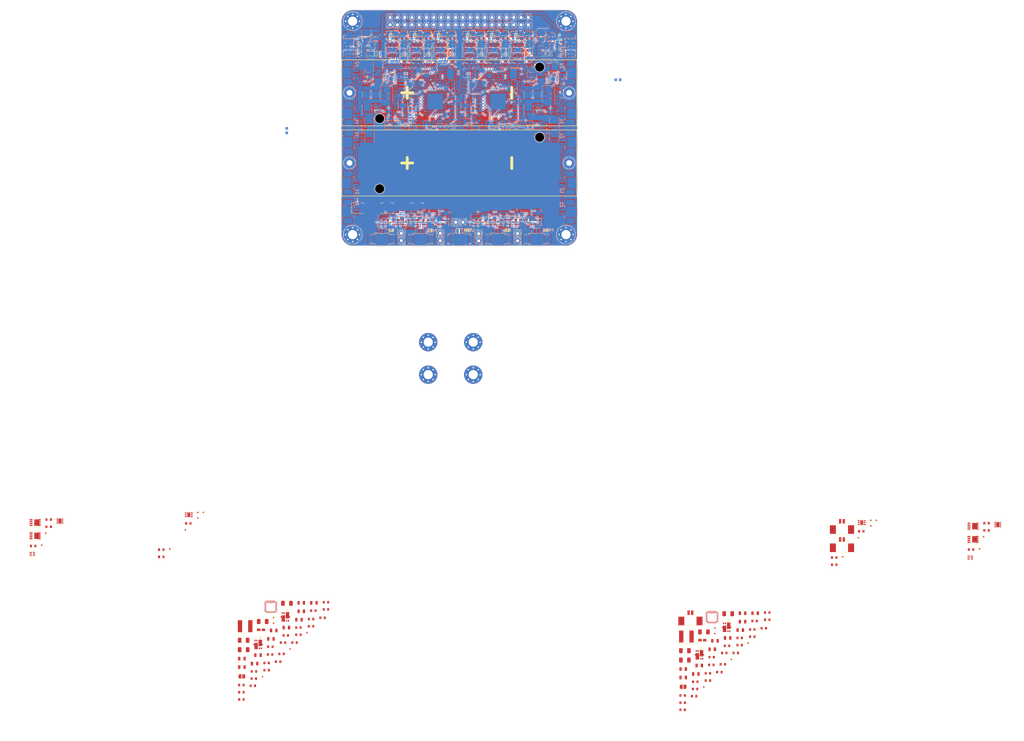
<source format=kicad_pcb>
(kicad_pcb (version 20210623) (generator pcbnew)

  (general
    (thickness 1)
  )

  (paper "A4")
  (title_block
    (title "BUTCube - EPS")
    (date "2021-08-20")
    (rev "v1.0")
    (company "VUT - FIT(STRaDe) & FME(IAE & IPE)")
    (comment 1 "Author: Petr Malaník")
  )

  (layers
    (0 "F.Cu" signal)
    (1 "In1.Cu" power)
    (2 "In2.Cu" mixed)
    (31 "B.Cu" signal)
    (32 "B.Adhes" user "B.Adhesive")
    (33 "F.Adhes" user "F.Adhesive")
    (34 "B.Paste" user)
    (35 "F.Paste" user)
    (36 "B.SilkS" user "B.Silkscreen")
    (37 "F.SilkS" user "F.Silkscreen")
    (38 "B.Mask" user)
    (39 "F.Mask" user)
    (40 "Dwgs.User" user "User.Drawings")
    (41 "Cmts.User" user "User.Comments")
    (42 "Eco1.User" user "User.Eco1")
    (43 "Eco2.User" user "User.Eco2")
    (44 "Edge.Cuts" user)
    (45 "Margin" user)
    (46 "B.CrtYd" user "B.Courtyard")
    (47 "F.CrtYd" user "F.Courtyard")
    (48 "B.Fab" user)
    (49 "F.Fab" user)
    (50 "User.1" user)
    (51 "User.2" user)
    (52 "User.3" user)
    (53 "User.4" user)
    (54 "User.5" user)
    (55 "User.6" user)
    (56 "User.7" user)
    (57 "User.8" user)
    (58 "User.9" user)
  )

  (setup
    (stackup
      (layer "F.SilkS" (type "Top Silk Screen"))
      (layer "F.Paste" (type "Top Solder Paste"))
      (layer "F.Mask" (type "Top Solder Mask") (color "Green") (thickness 0.01))
      (layer "F.Cu" (type "copper") (thickness 0.035))
      (layer "dielectric 1" (type "core") (thickness 0.28) (material "FR4") (epsilon_r 4.5) (loss_tangent 0.02))
      (layer "In1.Cu" (type "copper") (thickness 0.035))
      (layer "dielectric 2" (type "prepreg") (thickness 0.28) (material "FR4") (epsilon_r 4.5) (loss_tangent 0.02))
      (layer "In2.Cu" (type "copper") (thickness 0.035))
      (layer "dielectric 3" (type "core") (thickness 0.28) (material "FR4") (epsilon_r 4.5) (loss_tangent 0.02))
      (layer "B.Cu" (type "copper") (thickness 0.035))
      (layer "B.Mask" (type "Bottom Solder Mask") (color "Green") (thickness 0.01))
      (layer "B.Paste" (type "Bottom Solder Paste"))
      (layer "B.SilkS" (type "Bottom Silk Screen"))
      (copper_finish "Immersion gold")
      (dielectric_constraints no)
    )
    (pad_to_mask_clearance 0)
    (pcbplotparams
      (layerselection 0x00010fc_ffffffff)
      (disableapertmacros false)
      (usegerberextensions false)
      (usegerberattributes true)
      (usegerberadvancedattributes true)
      (creategerberjobfile true)
      (svguseinch false)
      (svgprecision 6)
      (excludeedgelayer true)
      (plotframeref false)
      (viasonmask false)
      (mode 1)
      (useauxorigin false)
      (hpglpennumber 1)
      (hpglpenspeed 20)
      (hpglpendiameter 15.000000)
      (dxfpolygonmode true)
      (dxfimperialunits true)
      (dxfusepcbnewfont true)
      (psnegative false)
      (psa4output false)
      (plotreference true)
      (plotvalue true)
      (plotinvisibletext false)
      (sketchpadsonfab false)
      (subtractmaskfromsilk false)
      (outputformat 1)
      (mirror false)
      (drillshape 1)
      (scaleselection 1)
      (outputdirectory "")
    )
  )

  (net 0 "")
  (net 1 "Net-(C1-Pad1)")
  (net 2 "VBUS")
  (net 3 "/Unit #1/MCU/MCU_POWER")
  (net 4 "/Unit #1/Battery charger/BAT")
  (net 5 "/Unit #1/Battery charger/SOLAR_IN")
  (net 6 "/USB power/USB_POWER")
  (net 7 "Net-(C6-Pad1)")
  (net 8 "Net-(C6-Pad2)")
  (net 9 "Net-(C7-Pad1)")
  (net 10 "GND")
  (net 11 "Net-(C7-Pad2)")
  (net 12 "Net-(C8-Pad1)")
  (net 13 "/Unit #1/Battery charger/PMID")
  (net 14 "/Unit #1/Battery charger/SYS")
  (net 15 "/Unit #1/Battery charger/REGN")
  (net 16 "/Unit #1/Activation control/PWR_OUT")
  (net 17 "Net-(C29-Pad1)")
  (net 18 "/Unit #1/MCU/OUT_CUR")
  (net 19 "Net-(C32-Pad1)")
  (net 20 "/Unit #1/MCU/VREF")
  (net 21 "Net-(C47-Pad1)")
  (net 22 "/Unit #2/MCU/MCU_POWER")
  (net 23 "/Unit #2/Battery charger/SOLAR_IN")
  (net 24 "Net-(C52-Pad1)")
  (net 25 "Net-(C52-Pad2)")
  (net 26 "Net-(C53-Pad1)")
  (net 27 "Net-(C53-Pad2)")
  (net 28 "Net-(C54-Pad1)")
  (net 29 "/Unit #2/Battery charger/PMID")
  (net 30 "/Unit #2/Battery charger/SYS")
  (net 31 "/Unit #2/Battery charger/REGN")
  (net 32 "/Unit #2/Activation control/PWR_OUT")
  (net 33 "Net-(C75-Pad1)")
  (net 34 "/Unit #2/MCU/OUT_CUR")
  (net 35 "Net-(C78-Pad1)")
  (net 36 "/Unit #2/MCU/VREF")
  (net 37 "Net-(C93-Pad1)")
  (net 38 "Net-(C94-Pad1)")
  (net 39 "/Unit #1/Output control/PWR_OUT")
  (net 40 "Net-(C96-Pad1)")
  (net 41 "Net-(C97-Pad1)")
  (net 42 "/Unit #2/Output control/PWR_OUT")
  (net 43 "Net-(C101-Pad1)")
  (net 44 "Net-(C102-Pad1)")
  (net 45 "Net-(C106-Pad1)")
  (net 46 "Net-(C107-Pad1)")
  (net 47 "Net-(C111-Pad1)")
  (net 48 "Net-(C112-Pad1)")
  (net 49 "Net-(C116-Pad1)")
  (net 50 "Net-(C117-Pad1)")
  (net 51 "Net-(C121-Pad1)")
  (net 52 "Net-(C122-Pad1)")
  (net 53 "/Unit #1/ADC/VBAT_CUR")
  (net 54 "/Unit #2/ADC/VBAT_CUR")
  (net 55 "Net-(C129-Pad1)")
  (net 56 "Net-(C130-Pad1)")
  (net 57 "Net-(C131-Pad1)")
  (net 58 "Net-(C132-Pad1)")
  (net 59 "Net-(C133-Pad1)")
  (net 60 "/Unit #2/Activation control/Activation logic/PWR_IN")
  (net 61 "Net-(C138-Pad1)")
  (net 62 "Net-(C139-Pad1)")
  (net 63 "Net-(C140-Pad1)")
  (net 64 "Net-(C141-Pad1)")
  (net 65 "Net-(C142-Pad1)")
  (net 66 "/Unit #1/Activation control/Activation logic/PWR_IN")
  (net 67 "Net-(D2-Pad2)")
  (net 68 "/Stack connector/CAN_L")
  (net 69 "/Stack connector/CAN_H")
  (net 70 "/Unit #1/ADC/1V8_CUR")
  (net 71 "/Unit #2/ADC/1V8_CUR")
  (net 72 "/Unit #1/ADC/3V3_CUR")
  (net 73 "/Unit #2/ADC/3V3_CUR")
  (net 74 "/Unit #1/ADC/5V_CUR")
  (net 75 "/Unit #2/ADC/5V_CUR")
  (net 76 "/Unit #1/Activation control/PWR_IN")
  (net 77 "/Unit #1/MCU/POWER")
  (net 78 "Net-(F3-Pad2)")
  (net 79 "/Unit #2/Activation control/PWR_IN")
  (net 80 "/Unit #2/MCU/POWER")
  (net 81 "Net-(F6-Pad2)")
  (net 82 "Net-(F7-Pad1)")
  (net 83 "/Unit #1/1V8")
  (net 84 "Net-(F8-Pad1)")
  (net 85 "/Unit #2/1V8")
  (net 86 "Net-(F9-Pad1)")
  (net 87 "/Unit #1/3V3")
  (net 88 "Net-(F10-Pad1)")
  (net 89 "/Unit #2/3V3")
  (net 90 "Net-(F11-Pad1)")
  (net 91 "/Unit #1/5V")
  (net 92 "Net-(F12-Pad1)")
  (net 93 "/Unit #2/5V")
  (net 94 "Net-(F13-Pad1)")
  (net 95 "/Unit #1/VBAT")
  (net 96 "Net-(F14-Pad1)")
  (net 97 "/Unit #2/VBAT")
  (net 98 "Net-(J7-Pad1)")
  (net 99 "/Unit #1/MCU/DBG_TX")
  (net 100 "/Unit #1/MCU/DBG_RX")
  (net 101 "/Unit #1/MCU/SWCLK")
  (net 102 "/Unit #1/MCU/SWDIO")
  (net 103 "/Unit #1/Battery temperature control/NTC_OUT")
  (net 104 "Net-(J11-Pad1)")
  (net 105 "/Stack connector/EPS#1_CHARGE")
  (net 106 "/Stack connector/RS_485_~{B}")
  (net 107 "/Stack connector/RS_485_A")
  (net 108 "/Stack connector/EPS#2_CHARGE")
  (net 109 "Net-(J19-Pad1)")
  (net 110 "/Unit #2/MCU/DBG_TX")
  (net 111 "/Unit #2/MCU/DBG_RX")
  (net 112 "/Unit #2/MCU/SWCLK")
  (net 113 "/Unit #2/MCU/SWDIO")
  (net 114 "/Unit #2/Battery temperature control/NTC_OUT")
  (net 115 "Net-(J23-Pad1)")
  (net 116 "/Activation switches/RBF_PIN")
  (net 117 "/Activation switches/SW_#1")
  (net 118 "/Activation switches/SW_#2")
  (net 119 "/Activation switches/SW_#3")
  (net 120 "/Activation switches/SW_#4")
  (net 121 "Net-(JP1-Pad2)")
  (net 122 "Net-(JP2-Pad1)")
  (net 123 "/Unit #1/MCU/NRST")
  (net 124 "Net-(JP3-Pad1)")
  (net 125 "Net-(JP3-Pad2)")
  (net 126 "Net-(JP4-Pad2)")
  (net 127 "Net-(JP5-Pad1)")
  (net 128 "/Unit #2/MCU/NRST")
  (net 129 "Net-(JP6-Pad1)")
  (net 130 "Net-(JP6-Pad2)")
  (net 131 "Net-(L3-Pad1)")
  (net 132 "Net-(L3-Pad2)")
  (net 133 "Net-(L4-Pad1)")
  (net 134 "Net-(L4-Pad2)")
  (net 135 "Net-(L5-Pad1)")
  (net 136 "Net-(L5-Pad2)")
  (net 137 "Net-(L6-Pad1)")
  (net 138 "Net-(L6-Pad2)")
  (net 139 "Net-(L7-Pad1)")
  (net 140 "Net-(L7-Pad2)")
  (net 141 "Net-(L8-Pad1)")
  (net 142 "Net-(L8-Pad2)")
  (net 143 "Net-(Q1-PadG1)")
  (net 144 "Net-(Q1-PadS1)")
  (net 145 "Net-(Q2-PadG1)")
  (net 146 "Net-(Q2-PadS1)")
  (net 147 "/Unit #1/Activation control/Activation logic/SEP_EN")
  (net 148 "Net-(Q3-Pad5)")
  (net 149 "/Unit #1/Activation control/Activation logic/RBF_EN")
  (net 150 "Net-(Q5-Pad1)")
  (net 151 "Net-(Q5-Pad3)")
  (net 152 "Net-(Q7-Pad1)")
  (net 153 "Net-(Q7-Pad4)")
  (net 154 "Net-(Q7-Pad5)")
  (net 155 "Net-(Q9-PadG1)")
  (net 156 "Net-(Q9-PadS1)")
  (net 157 "Net-(Q10-PadG1)")
  (net 158 "Net-(Q10-PadS1)")
  (net 159 "/Unit #2/Activation control/Activation logic/SEP_EN")
  (net 160 "Net-(Q11-Pad5)")
  (net 161 "/Unit #2/Activation control/Activation logic/RBF_EN")
  (net 162 "Net-(Q13-Pad1)")
  (net 163 "Net-(Q13-Pad3)")
  (net 164 "Net-(Q15-Pad1)")
  (net 165 "Net-(Q15-Pad4)")
  (net 166 "Net-(Q15-Pad5)")
  (net 167 "Net-(Q17-Pad4)")
  (net 168 "Net-(Q17-Pad5)")
  (net 169 "Net-(Q18-Pad1)")
  (net 170 "Net-(Q18-Pad4)")
  (net 171 "Net-(Q19-Pad4)")
  (net 172 "Net-(Q19-Pad5)")
  (net 173 "Net-(Q20-Pad1)")
  (net 174 "Net-(Q20-Pad4)")
  (net 175 "/Unit #1/Power supplies/Power_supply_1V8/PER_POWER")
  (net 176 "/Unit #1/MCU/1V8_EN")
  (net 177 "/Unit #2/Power supplies/Power_supply_1V8/PER_POWER")
  (net 178 "/Unit #2/MCU/1V8_EN")
  (net 179 "/Unit #1/MCU/3V3_EN")
  (net 180 "/Unit #2/MCU/3V3_EN")
  (net 181 "/Unit #1/Power supplies/Power_supply_5V/PER_POWER")
  (net 182 "/Unit #1/MCU/5V_EN")
  (net 183 "/Unit #2/Power supplies/Power_supply_5V/PER_POWER")
  (net 184 "/Unit #2/MCU/5V_EN")
  (net 185 "Net-(Q27-Pad1)")
  (net 186 "/Unit #1/MCU/VBAT_EN")
  (net 187 "Net-(Q28-Pad1)")
  (net 188 "/Unit #2/MCU/VBAT_EN")
  (net 189 "/Unit #1/Battery charger/D+")
  (net 190 "/Unit #1/Battery charger/D-")
  (net 191 "Net-(R5-Pad2)")
  (net 192 "Net-(R6-Pad2)")
  (net 193 "Net-(R7-Pad1)")
  (net 194 "Net-(R8-Pad2)")
  (net 195 "Net-(D1-Pad2)")
  (net 196 "Net-(R11-Pad1)")
  (net 197 "Net-(R16-Pad2)")
  (net 198 "Net-(R17-Pad2)")
  (net 199 "Net-(R18-Pad2)")
  (net 200 "Net-(R21-Pad2)")
  (net 201 "Net-(R22-Pad1)")
  (net 202 "Net-(R24-Pad2)")
  (net 203 "/Unit #1/MCU/VBAT")
  (net 204 "/Unit #1/MCU/VDDUSB")
  (net 205 "Net-(R30-Pad1)")
  (net 206 "/Unit #1/MCU/CAN_RS")
  (net 207 "/Unit #1/MCU/RS_485_R_EN")
  (net 208 "/Unit #1/MCU/RS_485_T_EN")
  (net 209 "/Unit #1/Battery temperature control/EN")
  (net 210 "/Unit #1/Battery temperature control/NTC_REF")
  (net 211 "/Unit #2/Battery charger/D+")
  (net 212 "/Unit #2/Battery charger/D-")
  (net 213 "Net-(R47-Pad2)")
  (net 214 "Net-(R57-Pad2)")
  (net 215 "/Unit #2/MCU/VBAT")
  (net 216 "/Unit #2/MCU/VDDUSB")
  (net 217 "/Unit #2/MCU/CAN_RS")
  (net 218 "/Unit #2/MCU/RS_485_R_EN")
  (net 219 "/Unit #2/MCU/RS_485_T_EN")
  (net 220 "/Unit #2/Battery temperature control/EN")
  (net 221 "/Unit #2/Battery temperature control/NTC_REF")
  (net 222 "Net-(R82-Pad1)")
  (net 223 "Net-(R91-Pad2)")
  (net 224 "Net-(R98-Pad2)")
  (net 225 "Net-(R105-Pad2)")
  (net 226 "Net-(R112-Pad2)")
  (net 227 "Net-(R119-Pad2)")
  (net 228 "/Unit #1/Battery temperature control/~{FAULT}")
  (net 229 "/Unit #2/Battery temperature control/~{FAULT}")
  (net 230 "Net-(TP61-Pad1)")
  (net 231 "Net-(TP62-Pad1)")
  (net 232 "Net-(TP63-Pad1)")
  (net 233 "Net-(TP64-Pad1)")
  (net 234 "Net-(TP67-Pad1)")
  (net 235 "Net-(TP69-Pad1)")
  (net 236 "Net-(TP70-Pad1)")
  (net 237 "Net-(TP71-Pad1)")
  (net 238 "Net-(TP72-Pad1)")
  (net 239 "Net-(TP75-Pad1)")
  (net 240 "/Unit #1/ADC/~{CS}")
  (net 241 "/Unit #1/MCU/SPI_MISO")
  (net 242 "/Unit #1/MCU/SPI_SCK")
  (net 243 "/Unit #1/MCU/SPI_MOSI")
  (net 244 "Net-(D1-Pad1)")
  (net 245 "/Unit #1/Battery charger/SCL")
  (net 246 "/Unit #1/Battery charger/SDA")
  (net 247 "/Unit #1/Battery charger/~{INT}")
  (net 248 "/Unit #1/MCU/WDG_RESET")
  (net 249 "/Unit #1/MCU/FRAM_CS")
  (net 250 "/Unit #1/MCU/LSE")
  (net 251 "/Unit #1/MCU/HSE")
  (net 252 "/Unit #1/Battery charger/BAT_ALERT")
  (net 253 "/Unit #1/MCU/RS_485_R")
  (net 254 "/Unit #1/MCU/RS_485_T")
  (net 255 "/Unit #1/MCU/CAN_RX")
  (net 256 "/Unit #1/MCU/CAN_TX")
  (net 257 "/Unit #2/ADC/~{CS}")
  (net 258 "/Unit #2/MCU/SPI_MISO")
  (net 259 "/Unit #2/MCU/SPI_SCK")
  (net 260 "/Unit #2/MCU/SPI_MOSI")
  (net 261 "Net-(D5-Pad1)")
  (net 262 "/Unit #2/Battery charger/SCL")
  (net 263 "/Unit #2/Battery charger/SDA")
  (net 264 "/Unit #2/Battery charger/~{INT}")
  (net 265 "/Unit #2/MCU/WDG_RESET")
  (net 266 "/Unit #2/MCU/FRAM_CS")
  (net 267 "/Unit #2/MCU/LSE")
  (net 268 "/Unit #2/MCU/HSE")
  (net 269 "/Unit #2/Battery charger/BAT_ALERT")
  (net 270 "/Unit #2/MCU/RS_485_R")
  (net 271 "/Unit #2/MCU/RS_485_T")
  (net 272 "/Unit #2/MCU/CAN_RX")
  (net 273 "/Unit #2/MCU/CAN_TX")
  (net 274 "Net-(U52-Pad6)")
  (net 275 "Net-(U53-Pad8)")
  (net 276 "Net-(U54-Pad12)")
  (net 277 "Net-(U48-Pad6)")
  (net 278 "Net-(U48-Pad8)")
  (net 279 "Net-(U48-Pad12)")
  (net 280 "Net-(U49-Pad10)")
  (net 281 "Net-(U49-Pad8)")
  (net 282 "Net-(U49-Pad12)")
  (net 283 "Net-(U50-Pad12)")
  (net 284 "Net-(U52-Pad8)")
  (net 285 "Net-(U52-Pad12)")
  (net 286 "Net-(U53-Pad10)")
  (net 287 "Net-(U53-Pad12)")
  (net 288 "Net-(D4-Pad1)")
  (net 289 "Net-(D7-Pad1)")
  (net 290 "Net-(D7-Pad2)")
  (net 291 "Net-(D8-Pad2)")
  (net 292 "Net-(D10-Pad1)")
  (net 293 "Net-(D11-Pad1)")
  (net 294 "/Unit #1/MCU/LED1")
  (net 295 "/Unit #1/MCU/LED2")
  (net 296 "Net-(R41-Pad1)")
  (net 297 "Net-(R46-Pad2)")
  (net 298 "Net-(R48-Pad1)")
  (net 299 "Net-(R49-Pad2)")
  (net 300 "Net-(R52-Pad1)")
  (net 301 "Net-(R58-Pad2)")
  (net 302 "Net-(R59-Pad2)")
  (net 303 "Net-(R62-Pad2)")
  (net 304 "Net-(R63-Pad1)")
  (net 305 "Net-(R65-Pad2)")
  (net 306 "Net-(R71-Pad1)")
  (net 307 "/Unit #2/MCU/LED1")
  (net 308 "/Unit #2/MCU/LED2")
  (net 309 "Net-(R84-Pad1)")
  (net 310 "Net-(R86-Pad1)")
  (net 311 "Net-(R88-Pad2)")
  (net 312 "Net-(R89-Pad1)")
  (net 313 "Net-(R95-Pad2)")
  (net 314 "Net-(R96-Pad1)")
  (net 315 "Net-(R102-Pad2)")
  (net 316 "Net-(R103-Pad1)")
  (net 317 "Net-(R109-Pad2)")
  (net 318 "Net-(R110-Pad1)")
  (net 319 "Net-(R116-Pad2)")
  (net 320 "Net-(R117-Pad1)")
  (net 321 "Net-(R123-Pad2)")
  (net 322 "Net-(R124-Pad1)")
  (net 323 "Net-(R126-Pad2)")
  (net 324 "Net-(R132-Pad2)")
  (net 325 "Net-(R137-Pad2)")
  (net 326 "/Unit #2/Battery charger/BAT")
  (net 327 "/Unit #1/Battery charger/BAT+")
  (net 328 "/Unit #2/Battery charger/BAT+")
  (net 329 "/Unit #1/ADC/VBAT_DIV")
  (net 330 "/Unit #1/ADC/3V3_DIV")
  (net 331 "/Unit #1/ADC/5V_DIV")
  (net 332 "/Unit #2/ADC/VBAT_DIV")
  (net 333 "/Unit #2/ADC/3V3_DIV")
  (net 334 "/Unit #2/ADC/5V_DIV")
  (net 335 "unconnected-(J12-Pad11)")
  (net 336 "unconnected-(J12-Pad12)")
  (net 337 "unconnected-(J12-Pad13)")
  (net 338 "unconnected-(J12-Pad14)")
  (net 339 "unconnected-(J12-Pad15)")
  (net 340 "unconnected-(J12-Pad16)")
  (net 341 "unconnected-(J12-Pad17)")
  (net 342 "unconnected-(J12-Pad18)")
  (net 343 "unconnected-(J12-Pad23)")
  (net 344 "unconnected-(J12-Pad24)")
  (net 345 "unconnected-(J12-Pad25)")
  (net 346 "unconnected-(J12-Pad26)")
  (net 347 "unconnected-(J12-Pad27)")
  (net 348 "unconnected-(J12-Pad28)")
  (net 349 "unconnected-(J12-Pad29)")
  (net 350 "unconnected-(J12-Pad30)")
  (net 351 "/Unit #1/ADC/CONV_EN")
  (net 352 "Net-(Q29-Pad3)")
  (net 353 "Net-(Q30-Pad3)")
  (net 354 "Net-(Q31-Pad3)")
  (net 355 "/Unit #2/ADC/CONV_EN")
  (net 356 "Net-(Q32-Pad3)")
  (net 357 "Net-(Q33-Pad3)")
  (net 358 "Net-(Q34-Pad3)")
  (net 359 "unconnected-(U6-Pad3)")
  (net 360 "unconnected-(U8-Pad3)")
  (net 361 "unconnected-(U9-Pad4)")
  (net 362 "unconnected-(U9-Pad10)")
  (net 363 "unconnected-(U10-Pad3)")
  (net 364 "unconnected-(U12-Pad7)")
  (net 365 "unconnected-(U19-Pad3)")
  (net 366 "unconnected-(U21-Pad3)")
  (net 367 "unconnected-(U22-Pad4)")
  (net 368 "unconnected-(U22-Pad10)")
  (net 369 "unconnected-(U23-Pad3)")
  (net 370 "unconnected-(U25-Pad7)")
  (net 371 "unconnected-(U27-Pad1)")
  (net 372 "unconnected-(U30-Pad1)")
  (net 373 "unconnected-(U50-Pad8)")
  (net 374 "unconnected-(U54-Pad8)")
  (net 375 "unconnected-(X1-Pad1)")
  (net 376 "unconnected-(X3-Pad1)")

  (footprint "TCY_passives:C_0603_1608Metric" (layer "F.Cu") (at 62.985 271.625))

  (footprint "TCY_passives:C_0603_1608Metric" (layer "F.Cu") (at 233.76 256.98))

  (footprint "TCY_passives:R_0603_1608Metric" (layer "F.Cu") (at 208.63 278.64))

  (footprint "Diode_SMD:D_SOD-323F" (layer "F.Cu") (at 95.1 59.325 180))

  (footprint "TCY_passives:R_0603_1608Metric" (layer "F.Cu") (at 163.8 54.2 90))

  (footprint "TCY_IC:VQFN-HR_29(34)_4x4mm_P0.4mm" (layer "F.Cu") (at 214.495 256.045))

  (footprint "TCY_passives:R_0603_1608Metric" (layer "F.Cu") (at 93.1 53.725 90))

  (footprint "TCY_passives:D_0603_1608Metric" (layer "F.Cu") (at 86.3 56.8 -90))

  (footprint "TCY_passives:R_0603_1608Metric" (layer "F.Cu") (at 257.14 235.26))

  (footprint "MountingHole:MountingHole_3.2mm_M3_Pad_Via" (layer "F.Cu") (at 89 122.5))

  (footprint "TCY_passives:R_0603_1608Metric" (layer "F.Cu") (at 107.05 58.2))

  (footprint "TCY_passives:C_0603_1608Metric" (layer "F.Cu") (at 54.165 280.035))

  (footprint "TCY_connectors:TestPoint_Pad_D0.5mm" (layer "F.Cu") (at 158.4 59.9))

  (footprint "TCY_connectors:Amphenol_10114830-11102LF_1x02_P1.25mm_Horizontal" (layer "F.Cu") (at 99.25 122))

  (footprint "TCY_passives:R_0603_1608Metric" (layer "F.Cu") (at 113.7 118.2 -90))

  (footprint "TCY_passives:R_0603_1608Metric" (layer "F.Cu") (at 257.14 237.77))

  (footprint "TCY_passives:R_0603_1608Metric" (layer "F.Cu") (at 151.187255 118.138244 -90))

  (footprint "TCY_passives:R_0603_1608Metric" (layer "F.Cu") (at 162.6 54.2 -90))

  (footprint "TCY_connectors:TestPoint_Pad_D0.5mm" (layer "F.Cu") (at 25.155 232.235))

  (footprint "TCY_connectors:TestPoint_Pad_D0.5mm" (layer "F.Cu") (at 57.545 276.805))

  (footprint "TCY_passives:R_0603_1608Metric" (layer "F.Cu") (at 204.22 285.92))

  (footprint "TCY_IC:DFN-3_1.2x1.2mm" (layer "F.Cu") (at 161 53.7))

  (footprint "Connector_PinHeader_2.54mm:PinHeader_1x02_P2.54mm_Vertical" (layer "F.Cu") (at 146.6 124.675 180))

  (footprint "TCY_passives:R_0603_1608Metric" (layer "F.Cu") (at 229.35 257.42))

  (footprint "TCY_passives:R_0603_1608Metric" (layer "F.Cu") (at 31.625 223.345))

  (footprint "TCY_passives:R_0603_1608Metric" (layer "F.Cu") (at -17.135 222.005))

  (footprint "TCY_passives:R_0603_1608Metric" (layer "F.Cu") (at 115.45 55.4))

  (footprint "TCY_passives:R_0603_1608Metric" (layer "F.Cu") (at 150.8 54 180))

  (footprint "TCY_passives:R_0603_1608Metric" (layer "F.Cu") (at 89.9 54.2 90))

  (footprint "TCY_connectors:TestPoint_Pad_D0.5mm" (layer "F.Cu") (at 30.595 225.575))

  (footprint "TCY_connectors:TestPoint_Pad_D0.5mm" (layer "F.Cu") (at 61.385 256.225))

  (footprint "TCY_passives:C_0805_2012Metric" (layer "F.Cu") (at 214.55 267.29))

  (footprint "TCY_passives:R_0603_1608Metric" (layer "F.Cu") (at 58.975 272.065))

  (footprint "TCY_passives:R_0603_1608Metric" (layer "F.Cu") (at 218.25 272.53))

  (footprint "TCY_passives:R_0603_1608Metric" (layer "F.Cu") (at 131.987255 118.138244 90))

  (footprint "TCY_passives:D_0603_1608Metric" (layer "F.Cu") (at 86.3 54.2 -90))

  (footprint "TCY_passives:C_0603_1608Metric" (layer "F.Cu") (at 165 54.2 90))

  (footprint "TCY_passives:C_0603_1608Metric" (layer "F.Cu") (at 204.22 288.43))

  (footprint "TCY_passives:R_0603_1608Metric" (layer "F.Cu") (at 88.7 54.2 -90))

  (footprint "TCY_connectors:TestPoint_Pad_D0.5mm" (layer "F.Cu") (at 271.86 222.26))

  (footprint "TCY_passives:R_0603_1608Metric" (layer "F.Cu") (at 219.73 266.07))

  (footprint "TCY_connectors:TestPoint_Pad_D0.5mm" (layer "F.Cu") (at 114.675 59.5))

  (footprint "TCY_passives:R_0603_1608Metric" (layer "F.Cu") (at 89.9 56.8 90))

  (footprint "TCY_passives:C_0805_2012Metric" (layer "F.Cu") (at 60.485 263.665))

  (footprint "TCY_connectors:TestPoint_Pad_D0.5mm" (layer "F.Cu") (at 107.825 59.5))

  (footprint "TCY_passives:C_0805_2012Metric" (layer "F.Cu") (at 61.455 260.715))

  (footprint "TCY_connectors:TestPoint_Pad_D0.5mm" (layer "F.Cu") (at 124.625 59.5))

  (footprint "TCY_IC:DFN-3_1.2x1.2mm" (layer "F.Cu") (at 91.5 54.7 180))

  (footprint "Diode_SMD:D_SOD-323F" (layer "F.Cu") (at 106.7 52.25 180))

  (footprint "TCY_passives:C_0603_1608Metric" (layer "F.Cu") (at 217.05 275.25))

  (footprint "TCY_connectors:TestPoint_Pad_D0.5mm" (layer "F.Cu") (at 73.055 261.485))

  (footprint "TCY_passives:C_0603_1608Metric" (layer "F.Cu") (at 138.787255 118.138244 -90))

  (footprint "TCY_passives:R_0603_1608Metric" (layer "F.Cu") (at 204.22 283.41))

  (footprint "TCY_passives:C_0603_1608Metric" (layer "F.Cu") (at 79.695 250.845))

  (footprint "TCY_passives:R_0603_1608Metric" (layer "F.Cu") (at 120.5 118.2 90))

  (footprint "TCY_passives:C_0805_2012Metric" (layer "F.Cu") (at 224.34 260.59))

  (footprint "Diode_SMD:D_SOD-323F" (layer "F.Cu") (at 133.65 52.25 180))

  (footprint "TCY_passives:C_0805_2012Metric" (layer "F.Cu") (at 219.93 263.34))

  (footprint "TCY_passives:R_0603_1608Metric" (layer "F.Cu") (at 50.155 279.785))

  (footprint "LED_SMD:LED_0603_1608Metric_Castellated" (layer "F.Cu") (at 57.045 260.485))

  (footprint "Package_DFN_QFN:UQFN-10_1.4x1.8mm_P0.4mm" (layer "F.Cu") (at 157.2 56.6))

  (footprint "TCY_passives:C_0603_1608Metric" (layer "F.Cu") (at 224.14 263.32))

  (footprint "TCY_passives:C_0805_2012Metric" (layer "F.Cu")
    (tedit 613075DC) (tstamp 401d18ff-a959-4aa4-b773-f469250905a0)
    (at 65.865 259.715)
    (descr "Capacitor SMD 0805 (2012 Metric), square (rectangular) end terminal, IPC_7351 nominal, (Body size source: https://docs.google.com/spreadsheets/d/1BsfQQcO9C6DZCsRaXUlFlo91Tg2WpOkGARC1WS5S8t
... [6919813 chars truncated]
</source>
